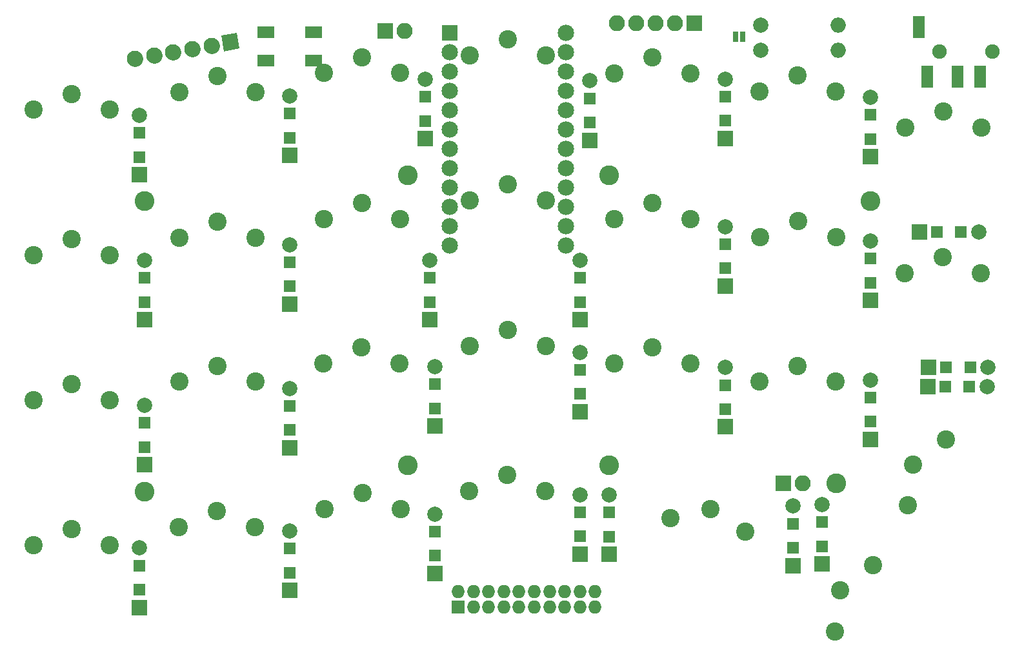
<source format=gbr>
G04 #@! TF.GenerationSoftware,KiCad,Pcbnew,(5.0.0)*
G04 #@! TF.CreationDate,2018-10-09T09:10:51-06:00*
G04 #@! TF.ProjectId,ErgoTravel,4572676F54726176656C2E6B69636164,rev?*
G04 #@! TF.SameCoordinates,Original*
G04 #@! TF.FileFunction,Soldermask,Top*
G04 #@! TF.FilePolarity,Negative*
%FSLAX46Y46*%
G04 Gerber Fmt 4.6, Leading zero omitted, Abs format (unit mm)*
G04 Created by KiCad (PCBNEW (5.0.0)) date 10/09/18 09:10:51*
%MOMM*%
%LPD*%
G01*
G04 APERTURE LIST*
%ADD10C,2.400000*%
%ADD11R,1.600000X1.600000*%
%ADD12R,2.000000X2.000000*%
%ADD13C,2.000000*%
%ADD14R,1.600000X2.900000*%
%ADD15C,1.900000*%
%ADD16R,2.200000X1.500000*%
%ADD17R,2.152600X2.152600*%
%ADD18C,2.152600*%
%ADD19C,2.100000*%
%ADD20C,0.100000*%
%ADD21C,2.100000*%
%ADD22O,2.000000X2.000000*%
%ADD23C,2.600000*%
%ADD24R,2.100000X2.100000*%
%ADD25O,2.100000X2.100000*%
%ADD26R,0.802000X1.402000*%
%ADD27R,1.750000X1.750000*%
%ADD28O,1.750000X1.750000*%
G04 APERTURE END LIST*
D10*
G04 #@! TO.C,K1*
X89444288Y-60143812D03*
X84444288Y-58043812D03*
X79444288Y-60143812D03*
G04 #@! TD*
G04 #@! TO.C,K7*
X98536582Y-95866612D03*
X103536582Y-93766612D03*
X108536582Y-95866612D03*
G04 #@! TD*
G04 #@! TO.C,K3*
X89424884Y-98307670D03*
X84424884Y-96207670D03*
X79424884Y-98307670D03*
G04 #@! TD*
D11*
G04 #@! TO.C,D1*
X93345000Y-63195000D03*
X93345000Y-66345000D03*
D12*
X93345000Y-68670000D03*
D13*
X93345000Y-60870000D03*
G04 #@! TD*
D11*
G04 #@! TO.C,D2*
X93980000Y-82245000D03*
X93980000Y-85395000D03*
D12*
X93980000Y-87720000D03*
D13*
X93980000Y-79920000D03*
G04 #@! TD*
D11*
G04 #@! TO.C,D3*
X93980000Y-101295000D03*
X93980000Y-104445000D03*
D12*
X93980000Y-106770000D03*
D13*
X93980000Y-98970000D03*
G04 #@! TD*
D11*
G04 #@! TO.C,D4*
X93345000Y-120040000D03*
X93345000Y-123190000D03*
D12*
X93345000Y-125515000D03*
D13*
X93345000Y-117715000D03*
G04 #@! TD*
D11*
G04 #@! TO.C,D5*
X113030000Y-60655000D03*
X113030000Y-63805000D03*
D12*
X113030000Y-66130000D03*
D13*
X113030000Y-58330000D03*
G04 #@! TD*
D11*
G04 #@! TO.C,D6*
X113030000Y-80180000D03*
X113030000Y-83330000D03*
D12*
X113030000Y-85655000D03*
D13*
X113030000Y-77855000D03*
G04 #@! TD*
D11*
G04 #@! TO.C,D7*
X113030000Y-99060000D03*
X113030000Y-102210000D03*
D12*
X113030000Y-104535000D03*
D13*
X113030000Y-96735000D03*
G04 #@! TD*
D11*
G04 #@! TO.C,D8*
X113030000Y-117805000D03*
X113030000Y-120955000D03*
D12*
X113030000Y-123280000D03*
D13*
X113030000Y-115480000D03*
G04 #@! TD*
D11*
G04 #@! TO.C,D9*
X130810000Y-58445000D03*
X130810000Y-61595000D03*
D12*
X130810000Y-63920000D03*
D13*
X130810000Y-56120000D03*
G04 #@! TD*
D11*
G04 #@! TO.C,D10*
X131445000Y-82245000D03*
X131445000Y-85395000D03*
D12*
X131445000Y-87720000D03*
D13*
X131445000Y-79920000D03*
G04 #@! TD*
D11*
G04 #@! TO.C,D11*
X132080000Y-96215000D03*
X132080000Y-99365000D03*
D12*
X132080000Y-101690000D03*
D13*
X132080000Y-93890000D03*
G04 #@! TD*
D11*
G04 #@! TO.C,D12*
X132080000Y-115570000D03*
X132080000Y-118720000D03*
D12*
X132080000Y-121045000D03*
D13*
X132080000Y-113245000D03*
G04 #@! TD*
D11*
G04 #@! TO.C,D13*
X152400000Y-58660000D03*
X152400000Y-61810000D03*
D12*
X152400000Y-64135000D03*
D13*
X152400000Y-56335000D03*
G04 #@! TD*
D11*
G04 #@! TO.C,D14*
X151130000Y-82245000D03*
X151130000Y-85395000D03*
D12*
X151130000Y-87720000D03*
D13*
X151130000Y-79920000D03*
G04 #@! TD*
D11*
G04 #@! TO.C,D15*
X151130000Y-94310000D03*
X151130000Y-97460000D03*
D12*
X151130000Y-99785000D03*
D13*
X151130000Y-91985000D03*
G04 #@! TD*
D11*
G04 #@! TO.C,D16*
X151130000Y-113030000D03*
X151130000Y-116180000D03*
D12*
X151130000Y-118505000D03*
D13*
X151130000Y-110705000D03*
G04 #@! TD*
D11*
G04 #@! TO.C,D17*
X170180000Y-58420000D03*
X170180000Y-61570000D03*
D12*
X170180000Y-63895000D03*
D13*
X170180000Y-56095000D03*
G04 #@! TD*
D11*
G04 #@! TO.C,D18*
X170180000Y-77800000D03*
X170180000Y-80950000D03*
D12*
X170180000Y-83275000D03*
D13*
X170180000Y-75475000D03*
G04 #@! TD*
D11*
G04 #@! TO.C,D19*
X170180000Y-96305000D03*
X170180000Y-99455000D03*
D12*
X170180000Y-101780000D03*
D13*
X170180000Y-93980000D03*
G04 #@! TD*
D11*
G04 #@! TO.C,D20*
X179070000Y-114540000D03*
X179070000Y-117690000D03*
D12*
X179070000Y-120015000D03*
D13*
X179070000Y-112215000D03*
G04 #@! TD*
D11*
G04 #@! TO.C,D21*
X189230000Y-60815000D03*
X189230000Y-63965000D03*
D12*
X189230000Y-66290000D03*
D13*
X189230000Y-58490000D03*
G04 #@! TD*
D11*
G04 #@! TO.C,D22*
X189230000Y-79705000D03*
X189230000Y-82855000D03*
D12*
X189230000Y-85180000D03*
D13*
X189230000Y-77380000D03*
G04 #@! TD*
D11*
G04 #@! TO.C,D23*
X189230000Y-97960000D03*
X189230000Y-101110000D03*
D12*
X189230000Y-103435000D03*
D13*
X189230000Y-95635000D03*
G04 #@! TD*
D11*
G04 #@! TO.C,D24*
X182880000Y-114325000D03*
X182880000Y-117475000D03*
D12*
X182880000Y-119800000D03*
D13*
X182880000Y-112000000D03*
G04 #@! TD*
D11*
G04 #@! TO.C,D25*
X201125000Y-76200000D03*
X197975000Y-76200000D03*
D12*
X195650000Y-76200000D03*
D13*
X203450000Y-76200000D03*
G04 #@! TD*
D11*
G04 #@! TO.C,D26*
X202325000Y-93980000D03*
X199175000Y-93980000D03*
D12*
X196850000Y-93980000D03*
D13*
X204650000Y-93980000D03*
G04 #@! TD*
D11*
G04 #@! TO.C,D27*
X202235000Y-96520000D03*
X199085000Y-96520000D03*
D12*
X196760000Y-96520000D03*
D13*
X204560000Y-96520000D03*
G04 #@! TD*
D14*
G04 #@! TO.C,J2*
X195575000Y-49250000D03*
X196675000Y-55750000D03*
X200675000Y-55750000D03*
X203675000Y-55750000D03*
D15*
X205275000Y-52500000D03*
X198275000Y-52500000D03*
G04 #@! TD*
G04 #@! TO.C,J3*
X205275000Y-52500000D03*
X198275000Y-52500000D03*
G04 #@! TD*
D16*
G04 #@! TO.C,SW1*
X116130000Y-53666000D03*
X109930000Y-53666000D03*
X116130000Y-49966000D03*
X109930000Y-49966000D03*
G04 #@! TD*
D17*
G04 #@! TO.C,U1*
X134020038Y-50054000D03*
D18*
X134020038Y-52594000D03*
X134020038Y-55134000D03*
X134020038Y-57674000D03*
X134020038Y-60214000D03*
X134020038Y-62754000D03*
X134020038Y-65294000D03*
X134020038Y-67834000D03*
X134020038Y-70374000D03*
X134020038Y-72914000D03*
X134020038Y-75454000D03*
X134020038Y-77994000D03*
X149260038Y-77994000D03*
X149260038Y-75454000D03*
X149260038Y-72914000D03*
X149260038Y-70374000D03*
X149260038Y-67834000D03*
X149260038Y-65294000D03*
X149260038Y-62754000D03*
X149260038Y-60214000D03*
X149260038Y-57674000D03*
X149260038Y-55134000D03*
X149260038Y-52594000D03*
X149260038Y-50054000D03*
G04 #@! TD*
D19*
G04 #@! TO.C,J4*
X105255647Y-51250000D03*
D20*
G36*
X104039268Y-50398282D02*
X106107365Y-50033621D01*
X106472026Y-52101718D01*
X104403929Y-52466379D01*
X104039268Y-50398282D01*
X104039268Y-50398282D01*
G37*
D19*
X102754235Y-51691066D03*
D21*
X102754235Y-51691066D02*
X102754235Y-51691066D01*
D19*
X100252824Y-52132133D03*
D21*
X100252824Y-52132133D02*
X100252824Y-52132133D01*
D19*
X97751412Y-52573199D03*
D21*
X97751412Y-52573199D02*
X97751412Y-52573199D01*
D19*
X95250000Y-53014265D03*
D21*
X95250000Y-53014265D02*
X95250000Y-53014265D01*
D19*
X92748589Y-53455332D03*
D21*
X92748589Y-53455332D02*
X92748589Y-53455332D01*
G04 #@! TD*
D13*
G04 #@! TO.C,R1*
X174863760Y-52324000D03*
D22*
X185023760Y-52324000D03*
G04 #@! TD*
D13*
G04 #@! TO.C,R2*
X174830740Y-49022000D03*
D22*
X184990740Y-49022000D03*
G04 #@! TD*
D23*
G04 #@! TO.C,J5*
X93960000Y-110350000D03*
G04 #@! TD*
G04 #@! TO.C,J6*
X93960000Y-72150000D03*
G04 #@! TD*
G04 #@! TO.C,J7*
X189250000Y-72150000D03*
G04 #@! TD*
G04 #@! TO.C,J8*
X184785000Y-109220000D03*
G04 #@! TD*
G04 #@! TO.C,J9*
X128500000Y-68750000D03*
G04 #@! TD*
G04 #@! TO.C,J10*
X128500000Y-106850000D03*
G04 #@! TD*
G04 #@! TO.C,J11*
X154910000Y-68750000D03*
G04 #@! TD*
G04 #@! TO.C,J12*
X154910000Y-106850000D03*
G04 #@! TD*
D24*
G04 #@! TO.C,J1*
X166116000Y-48768000D03*
D25*
X163576000Y-48768000D03*
X161036000Y-48768000D03*
X158496000Y-48768000D03*
X155956000Y-48768000D03*
G04 #@! TD*
D26*
G04 #@! TO.C,SJ1*
X172466000Y-50546000D03*
X171566000Y-50546000D03*
X171566000Y-50546000D03*
X172466000Y-50546000D03*
G04 #@! TD*
D11*
G04 #@! TO.C,D28*
X154940000Y-113054999D03*
X154940000Y-116204999D03*
D12*
X154940000Y-118529999D03*
D13*
X154940000Y-110729999D03*
G04 #@! TD*
D24*
G04 #@! TO.C,J13*
X177800000Y-109220000D03*
D25*
X180340000Y-109220000D03*
G04 #@! TD*
D24*
G04 #@! TO.C,J14*
X125539999Y-49760000D03*
D25*
X128079999Y-49760000D03*
G04 #@! TD*
D10*
G04 #@! TO.C,K2*
X79424884Y-79255510D03*
X84424884Y-77155510D03*
X89424884Y-79255510D03*
G04 #@! TD*
G04 #@! TO.C,K4*
X79424884Y-117300292D03*
X84424884Y-115200292D03*
X89424884Y-117300292D03*
G04 #@! TD*
G04 #@! TO.C,K5*
X108536582Y-57821830D03*
X103536582Y-55721830D03*
X98536582Y-57821830D03*
G04 #@! TD*
G04 #@! TO.C,K6*
X108536582Y-76933528D03*
X103536582Y-74833528D03*
X98536582Y-76933528D03*
G04 #@! TD*
G04 #@! TO.C,K8*
X108477044Y-114978310D03*
X103477044Y-112878310D03*
X98477044Y-114978310D03*
G04 #@! TD*
G04 #@! TO.C,K9*
X117529204Y-55321234D03*
X122529204Y-53221234D03*
X127529204Y-55321234D03*
G04 #@! TD*
G04 #@! TO.C,K10*
X117529204Y-74492470D03*
X122529204Y-72392470D03*
X127529204Y-74492470D03*
G04 #@! TD*
G04 #@! TO.C,K11*
X117469666Y-93485092D03*
X122469666Y-91385092D03*
X127469666Y-93485092D03*
G04 #@! TD*
G04 #@! TO.C,K12*
X117569472Y-112596790D03*
X122569472Y-110496790D03*
X127569472Y-112596790D03*
G04 #@! TD*
G04 #@! TO.C,K13*
X146660172Y-52999252D03*
X141660172Y-50899252D03*
X136660172Y-52999252D03*
G04 #@! TD*
G04 #@! TO.C,K14*
X146621632Y-72051412D03*
X141621632Y-69951412D03*
X136621632Y-72051412D03*
G04 #@! TD*
G04 #@! TO.C,K15*
X146640902Y-91163110D03*
X141640902Y-89063110D03*
X136640902Y-91163110D03*
G04 #@! TD*
G04 #@! TO.C,K16*
X136581364Y-110215270D03*
X141581364Y-108115270D03*
X146581364Y-110215270D03*
G04 #@! TD*
G04 #@! TO.C,K17*
X155633524Y-55380772D03*
X160633524Y-53280772D03*
X165633524Y-55380772D03*
G04 #@! TD*
G04 #@! TO.C,K18*
X155633524Y-74492470D03*
X160633524Y-72392470D03*
X165633524Y-74492470D03*
G04 #@! TD*
G04 #@! TO.C,K19*
X165633524Y-93485092D03*
X160633524Y-91385092D03*
X155633524Y-93485092D03*
G04 #@! TD*
G04 #@! TO.C,K20*
X162978066Y-113810572D03*
X168266766Y-112610716D03*
X172826144Y-115547053D03*
G04 #@! TD*
G04 #@! TO.C,K21*
X184685684Y-57762292D03*
X179685684Y-55662292D03*
X174685684Y-57762292D03*
G04 #@! TD*
G04 #@! TO.C,K22*
X184745222Y-76873990D03*
X179745222Y-74773990D03*
X174745222Y-76873990D03*
G04 #@! TD*
G04 #@! TO.C,K23*
X174685684Y-95866612D03*
X179685684Y-93766612D03*
X184685684Y-95866612D03*
G04 #@! TD*
G04 #@! TO.C,K24*
X189611627Y-119990433D03*
X185292974Y-123270560D03*
X184611627Y-128650687D03*
G04 #@! TD*
G04 #@! TO.C,K26*
X193777978Y-62492754D03*
X198777978Y-60392754D03*
X203777978Y-62492754D03*
G04 #@! TD*
G04 #@! TO.C,K27*
X203737844Y-81577492D03*
X198737844Y-79477492D03*
X193737844Y-81577492D03*
G04 #@! TD*
G04 #@! TO.C,K28*
X194177111Y-112105526D03*
X194858458Y-106725399D03*
X199177111Y-103445272D03*
G04 #@! TD*
D27*
G04 #@! TO.C,J15*
X135128000Y-125476000D03*
D28*
X135128000Y-123476000D03*
X137128000Y-125476000D03*
X137128000Y-123476000D03*
X139128000Y-125476000D03*
X139128000Y-123476000D03*
X141128000Y-125476000D03*
X141128000Y-123476000D03*
X143128000Y-125476000D03*
X143128000Y-123476000D03*
X145128000Y-125476000D03*
X145128000Y-123476000D03*
X147128000Y-125476000D03*
X147128000Y-123476000D03*
X149128000Y-125476000D03*
X149128000Y-123476000D03*
X151128000Y-125476000D03*
X151128000Y-123476000D03*
X153128000Y-125476000D03*
X153128000Y-123476000D03*
G04 #@! TD*
M02*

</source>
